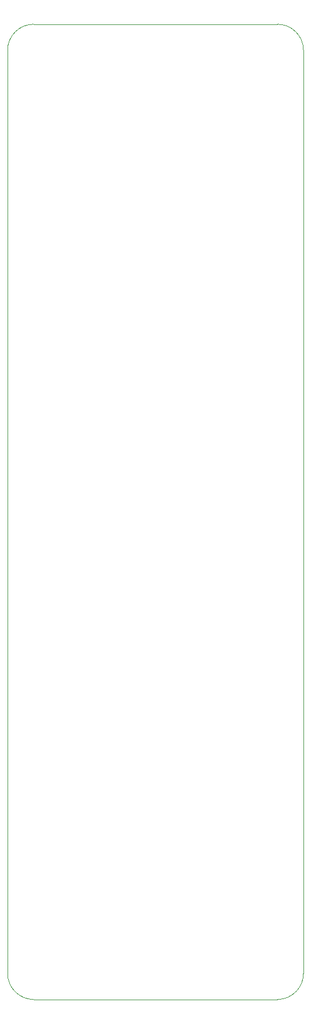
<source format=gbr>
%TF.GenerationSoftware,KiCad,Pcbnew,8.0.1-rc1*%
%TF.CreationDate,2024-11-07T09:08:02-06:00*%
%TF.ProjectId,Cutdown,43757464-6f77-46e2-9e6b-696361645f70,2.1.0*%
%TF.SameCoordinates,Original*%
%TF.FileFunction,Profile,NP*%
%FSLAX46Y46*%
G04 Gerber Fmt 4.6, Leading zero omitted, Abs format (unit mm)*
G04 Created by KiCad (PCBNEW 8.0.1-rc1) date 2024-11-07 09:08:02*
%MOMM*%
%LPD*%
G01*
G04 APERTURE LIST*
%TA.AperFunction,Profile*%
%ADD10C,0.050000*%
%TD*%
G04 APERTURE END LIST*
D10*
X66040000Y-30480000D02*
X101600000Y-30480000D01*
X105409999Y-168909999D02*
G75*
G02*
X101599999Y-172719999I-3809999J-1D01*
G01*
X101599999Y-172719999D02*
X66040001Y-172720000D01*
X66040000Y-172720000D02*
G75*
G02*
X62230000Y-168910000I0J3810000D01*
G01*
X62230000Y-34290000D02*
G75*
G02*
X66040000Y-30480000I3810000J0D01*
G01*
X101600000Y-30480000D02*
G75*
G02*
X105410000Y-34290000I0J-3810000D01*
G01*
X62230000Y-34290000D02*
X62230000Y-168910000D01*
X105410000Y-34290000D02*
X105409999Y-168909999D01*
M02*

</source>
